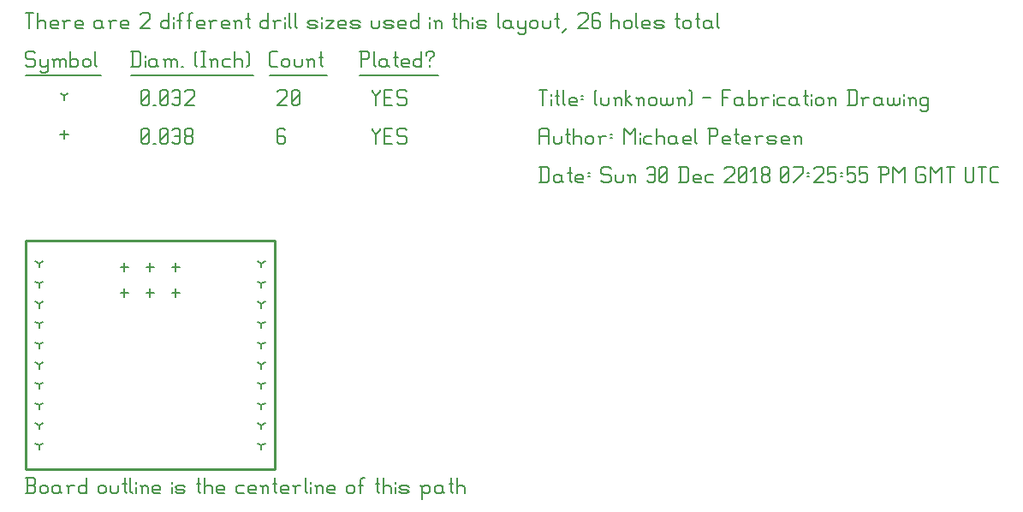
<source format=gbr>
G04 start of page 12 for group -3984 idx -3984 *
G04 Title: (unknown), fab *
G04 Creator: pcb 20140316 *
G04 CreationDate: Sun 30 Dec 2018 07:25:55 PM GMT UTC *
G04 For: railfan *
G04 Format: Gerber/RS-274X *
G04 PCB-Dimensions (mil): 970.00 890.00 *
G04 PCB-Coordinate-Origin: lower left *
%MOIN*%
%FSLAX25Y25*%
%LNFAB*%
%ADD37C,0.0100*%
%ADD36C,0.0060*%
%ADD35C,0.0080*%
G54D35*X58500Y80100D02*Y76900D01*
X56900Y78500D02*X60100D01*
X48500Y80100D02*Y76900D01*
X46900Y78500D02*X50100D01*
X38500Y80100D02*Y76900D01*
X36900Y78500D02*X40100D01*
X58500Y70100D02*Y66900D01*
X56900Y68500D02*X60100D01*
X48500Y70100D02*Y66900D01*
X46900Y68500D02*X50100D01*
X38500Y70100D02*Y66900D01*
X36900Y68500D02*X40100D01*
X15000Y131850D02*Y128650D01*
X13400Y130250D02*X16600D01*
G54D36*X135000Y132500D02*Y131750D01*
X136500Y130250D01*
X138000Y131750D01*
Y132500D02*Y131750D01*
X136500Y130250D02*Y126500D01*
X139800Y129500D02*X142050D01*
X139800Y126500D02*X142800D01*
X139800Y132500D02*Y126500D01*
Y132500D02*X142800D01*
X147600D02*X148350Y131750D01*
X145350Y132500D02*X147600D01*
X144600Y131750D02*X145350Y132500D01*
X144600Y131750D02*Y130250D01*
X145350Y129500D01*
X147600D01*
X148350Y128750D01*
Y127250D01*
X147600Y126500D02*X148350Y127250D01*
X145350Y126500D02*X147600D01*
X144600Y127250D02*X145350Y126500D01*
X100250Y132500D02*X101000Y131750D01*
X98750Y132500D02*X100250D01*
X98000Y131750D02*X98750Y132500D01*
X98000Y131750D02*Y127250D01*
X98750Y126500D01*
X100250Y129500D02*X101000Y128750D01*
X98000Y129500D02*X100250D01*
X98750Y126500D02*X100250D01*
X101000Y127250D01*
Y128750D02*Y127250D01*
X45000D02*X45750Y126500D01*
X45000Y131750D02*Y127250D01*
Y131750D02*X45750Y132500D01*
X47250D01*
X48000Y131750D01*
Y127250D01*
X47250Y126500D02*X48000Y127250D01*
X45750Y126500D02*X47250D01*
X45000Y128000D02*X48000Y131000D01*
X49800Y126500D02*X50550D01*
X52350Y127250D02*X53100Y126500D01*
X52350Y131750D02*Y127250D01*
Y131750D02*X53100Y132500D01*
X54600D01*
X55350Y131750D01*
Y127250D01*
X54600Y126500D02*X55350Y127250D01*
X53100Y126500D02*X54600D01*
X52350Y128000D02*X55350Y131000D01*
X57150Y131750D02*X57900Y132500D01*
X59400D01*
X60150Y131750D01*
Y127250D01*
X59400Y126500D02*X60150Y127250D01*
X57900Y126500D02*X59400D01*
X57150Y127250D02*X57900Y126500D01*
Y129500D02*X60150D01*
X61950Y127250D02*X62700Y126500D01*
X61950Y128750D02*Y127250D01*
Y128750D02*X62700Y129500D01*
X64200D01*
X64950Y128750D01*
Y127250D01*
X64200Y126500D02*X64950Y127250D01*
X62700Y126500D02*X64200D01*
X61950Y130250D02*X62700Y129500D01*
X61950Y131750D02*Y130250D01*
Y131750D02*X62700Y132500D01*
X64200D01*
X64950Y131750D01*
Y130250D01*
X64200Y129500D02*X64950Y130250D01*
X5193Y80000D02*Y78400D01*
Y80000D02*X6580Y80800D01*
X5193Y80000D02*X3806Y80800D01*
X5193Y72126D02*Y70526D01*
Y72126D02*X6580Y72926D01*
X5193Y72126D02*X3806Y72926D01*
X5193Y64252D02*Y62652D01*
Y64252D02*X6580Y65052D01*
X5193Y64252D02*X3806Y65052D01*
X5193Y56378D02*Y54778D01*
Y56378D02*X6580Y57178D01*
X5193Y56378D02*X3806Y57178D01*
X5193Y48504D02*Y46904D01*
Y48504D02*X6580Y49304D01*
X5193Y48504D02*X3806Y49304D01*
X5193Y40630D02*Y39030D01*
Y40630D02*X6580Y41430D01*
X5193Y40630D02*X3806Y41430D01*
X5193Y32756D02*Y31156D01*
Y32756D02*X6580Y33556D01*
X5193Y32756D02*X3806Y33556D01*
X5193Y24882D02*Y23282D01*
Y24882D02*X6580Y25682D01*
X5193Y24882D02*X3806Y25682D01*
X5193Y17008D02*Y15408D01*
Y17008D02*X6580Y17808D01*
X5193Y17008D02*X3806Y17808D01*
X5193Y9134D02*Y7534D01*
Y9134D02*X6580Y9934D01*
X5193Y9134D02*X3806Y9934D01*
X91807Y80000D02*Y78400D01*
Y80000D02*X93194Y80800D01*
X91807Y80000D02*X90420Y80800D01*
X91807Y72126D02*Y70526D01*
Y72126D02*X93194Y72926D01*
X91807Y72126D02*X90420Y72926D01*
X91807Y64252D02*Y62652D01*
Y64252D02*X93194Y65052D01*
X91807Y64252D02*X90420Y65052D01*
X91807Y56378D02*Y54778D01*
Y56378D02*X93194Y57178D01*
X91807Y56378D02*X90420Y57178D01*
X91807Y48504D02*Y46904D01*
Y48504D02*X93194Y49304D01*
X91807Y48504D02*X90420Y49304D01*
X91807Y40630D02*Y39030D01*
Y40630D02*X93194Y41430D01*
X91807Y40630D02*X90420Y41430D01*
X91807Y32756D02*Y31156D01*
Y32756D02*X93194Y33556D01*
X91807Y32756D02*X90420Y33556D01*
X91807Y24882D02*Y23282D01*
Y24882D02*X93194Y25682D01*
X91807Y24882D02*X90420Y25682D01*
X91807Y17008D02*Y15408D01*
Y17008D02*X93194Y17808D01*
X91807Y17008D02*X90420Y17808D01*
X91807Y9134D02*Y7534D01*
Y9134D02*X93194Y9934D01*
X91807Y9134D02*X90420Y9934D01*
X15000Y145250D02*Y143650D01*
Y145250D02*X16387Y146050D01*
X15000Y145250D02*X13613Y146050D01*
X135000Y147500D02*Y146750D01*
X136500Y145250D01*
X138000Y146750D01*
Y147500D02*Y146750D01*
X136500Y145250D02*Y141500D01*
X139800Y144500D02*X142050D01*
X139800Y141500D02*X142800D01*
X139800Y147500D02*Y141500D01*
Y147500D02*X142800D01*
X147600D02*X148350Y146750D01*
X145350Y147500D02*X147600D01*
X144600Y146750D02*X145350Y147500D01*
X144600Y146750D02*Y145250D01*
X145350Y144500D01*
X147600D01*
X148350Y143750D01*
Y142250D01*
X147600Y141500D02*X148350Y142250D01*
X145350Y141500D02*X147600D01*
X144600Y142250D02*X145350Y141500D01*
X98000Y146750D02*X98750Y147500D01*
X101000D01*
X101750Y146750D01*
Y145250D01*
X98000Y141500D02*X101750Y145250D01*
X98000Y141500D02*X101750D01*
X103550Y142250D02*X104300Y141500D01*
X103550Y146750D02*Y142250D01*
Y146750D02*X104300Y147500D01*
X105800D01*
X106550Y146750D01*
Y142250D01*
X105800Y141500D02*X106550Y142250D01*
X104300Y141500D02*X105800D01*
X103550Y143000D02*X106550Y146000D01*
X45000Y142250D02*X45750Y141500D01*
X45000Y146750D02*Y142250D01*
Y146750D02*X45750Y147500D01*
X47250D01*
X48000Y146750D01*
Y142250D01*
X47250Y141500D02*X48000Y142250D01*
X45750Y141500D02*X47250D01*
X45000Y143000D02*X48000Y146000D01*
X49800Y141500D02*X50550D01*
X52350Y142250D02*X53100Y141500D01*
X52350Y146750D02*Y142250D01*
Y146750D02*X53100Y147500D01*
X54600D01*
X55350Y146750D01*
Y142250D01*
X54600Y141500D02*X55350Y142250D01*
X53100Y141500D02*X54600D01*
X52350Y143000D02*X55350Y146000D01*
X57150Y146750D02*X57900Y147500D01*
X59400D01*
X60150Y146750D01*
Y142250D01*
X59400Y141500D02*X60150Y142250D01*
X57900Y141500D02*X59400D01*
X57150Y142250D02*X57900Y141500D01*
Y144500D02*X60150D01*
X61950Y146750D02*X62700Y147500D01*
X64950D01*
X65700Y146750D01*
Y145250D01*
X61950Y141500D02*X65700Y145250D01*
X61950Y141500D02*X65700D01*
X3000Y162500D02*X3750Y161750D01*
X750Y162500D02*X3000D01*
X0Y161750D02*X750Y162500D01*
X0Y161750D02*Y160250D01*
X750Y159500D01*
X3000D01*
X3750Y158750D01*
Y157250D01*
X3000Y156500D02*X3750Y157250D01*
X750Y156500D02*X3000D01*
X0Y157250D02*X750Y156500D01*
X5550Y159500D02*Y157250D01*
X6300Y156500D01*
X8550Y159500D02*Y155000D01*
X7800Y154250D02*X8550Y155000D01*
X6300Y154250D02*X7800D01*
X5550Y155000D02*X6300Y154250D01*
Y156500D02*X7800D01*
X8550Y157250D01*
X11100Y158750D02*Y156500D01*
Y158750D02*X11850Y159500D01*
X12600D01*
X13350Y158750D01*
Y156500D01*
Y158750D02*X14100Y159500D01*
X14850D01*
X15600Y158750D01*
Y156500D01*
X10350Y159500D02*X11100Y158750D01*
X17400Y162500D02*Y156500D01*
Y157250D02*X18150Y156500D01*
X19650D01*
X20400Y157250D01*
Y158750D02*Y157250D01*
X19650Y159500D02*X20400Y158750D01*
X18150Y159500D02*X19650D01*
X17400Y158750D02*X18150Y159500D01*
X22200Y158750D02*Y157250D01*
Y158750D02*X22950Y159500D01*
X24450D01*
X25200Y158750D01*
Y157250D01*
X24450Y156500D02*X25200Y157250D01*
X22950Y156500D02*X24450D01*
X22200Y157250D02*X22950Y156500D01*
X27000Y162500D02*Y157250D01*
X27750Y156500D01*
X0Y153250D02*X29250D01*
X41750Y162500D02*Y156500D01*
X44000Y162500D02*X44750Y161750D01*
Y157250D01*
X44000Y156500D02*X44750Y157250D01*
X41000Y156500D02*X44000D01*
X41000Y162500D02*X44000D01*
X46550Y161000D02*Y160250D01*
Y158750D02*Y156500D01*
X50300Y159500D02*X51050Y158750D01*
X48800Y159500D02*X50300D01*
X48050Y158750D02*X48800Y159500D01*
X48050Y158750D02*Y157250D01*
X48800Y156500D01*
X51050Y159500D02*Y157250D01*
X51800Y156500D01*
X48800D02*X50300D01*
X51050Y157250D01*
X54350Y158750D02*Y156500D01*
Y158750D02*X55100Y159500D01*
X55850D01*
X56600Y158750D01*
Y156500D01*
Y158750D02*X57350Y159500D01*
X58100D01*
X58850Y158750D01*
Y156500D01*
X53600Y159500D02*X54350Y158750D01*
X60650Y156500D02*X61400D01*
X65900Y157250D02*X66650Y156500D01*
X65900Y161750D02*X66650Y162500D01*
X65900Y161750D02*Y157250D01*
X68450Y162500D02*X69950D01*
X69200D02*Y156500D01*
X68450D02*X69950D01*
X72500Y158750D02*Y156500D01*
Y158750D02*X73250Y159500D01*
X74000D01*
X74750Y158750D01*
Y156500D01*
X71750Y159500D02*X72500Y158750D01*
X77300Y159500D02*X79550D01*
X76550Y158750D02*X77300Y159500D01*
X76550Y158750D02*Y157250D01*
X77300Y156500D01*
X79550D01*
X81350Y162500D02*Y156500D01*
Y158750D02*X82100Y159500D01*
X83600D01*
X84350Y158750D01*
Y156500D01*
X86150Y162500D02*X86900Y161750D01*
Y157250D01*
X86150Y156500D02*X86900Y157250D01*
X41000Y153250D02*X88700D01*
X95750Y156500D02*X98000D01*
X95000Y157250D02*X95750Y156500D01*
X95000Y161750D02*Y157250D01*
Y161750D02*X95750Y162500D01*
X98000D01*
X99800Y158750D02*Y157250D01*
Y158750D02*X100550Y159500D01*
X102050D01*
X102800Y158750D01*
Y157250D01*
X102050Y156500D02*X102800Y157250D01*
X100550Y156500D02*X102050D01*
X99800Y157250D02*X100550Y156500D01*
X104600Y159500D02*Y157250D01*
X105350Y156500D01*
X106850D01*
X107600Y157250D01*
Y159500D02*Y157250D01*
X110150Y158750D02*Y156500D01*
Y158750D02*X110900Y159500D01*
X111650D01*
X112400Y158750D01*
Y156500D01*
X109400Y159500D02*X110150Y158750D01*
X114950Y162500D02*Y157250D01*
X115700Y156500D01*
X114200Y160250D02*X115700D01*
X95000Y153250D02*X117200D01*
X130750Y162500D02*Y156500D01*
X130000Y162500D02*X133000D01*
X133750Y161750D01*
Y160250D01*
X133000Y159500D02*X133750Y160250D01*
X130750Y159500D02*X133000D01*
X135550Y162500D02*Y157250D01*
X136300Y156500D01*
X140050Y159500D02*X140800Y158750D01*
X138550Y159500D02*X140050D01*
X137800Y158750D02*X138550Y159500D01*
X137800Y158750D02*Y157250D01*
X138550Y156500D01*
X140800Y159500D02*Y157250D01*
X141550Y156500D01*
X138550D02*X140050D01*
X140800Y157250D01*
X144100Y162500D02*Y157250D01*
X144850Y156500D01*
X143350Y160250D02*X144850D01*
X147100Y156500D02*X149350D01*
X146350Y157250D02*X147100Y156500D01*
X146350Y158750D02*Y157250D01*
Y158750D02*X147100Y159500D01*
X148600D01*
X149350Y158750D01*
X146350Y158000D02*X149350D01*
Y158750D02*Y158000D01*
X154150Y162500D02*Y156500D01*
X153400D02*X154150Y157250D01*
X151900Y156500D02*X153400D01*
X151150Y157250D02*X151900Y156500D01*
X151150Y158750D02*Y157250D01*
Y158750D02*X151900Y159500D01*
X153400D01*
X154150Y158750D01*
X157450Y159500D02*Y158750D01*
Y157250D02*Y156500D01*
X155950Y161750D02*Y161000D01*
Y161750D02*X156700Y162500D01*
X158200D01*
X158950Y161750D01*
Y161000D01*
X157450Y159500D02*X158950Y161000D01*
X130000Y153250D02*X160750D01*
X0Y177500D02*X3000D01*
X1500D02*Y171500D01*
X4800Y177500D02*Y171500D01*
Y173750D02*X5550Y174500D01*
X7050D01*
X7800Y173750D01*
Y171500D01*
X10350D02*X12600D01*
X9600Y172250D02*X10350Y171500D01*
X9600Y173750D02*Y172250D01*
Y173750D02*X10350Y174500D01*
X11850D01*
X12600Y173750D01*
X9600Y173000D02*X12600D01*
Y173750D02*Y173000D01*
X15150Y173750D02*Y171500D01*
Y173750D02*X15900Y174500D01*
X17400D01*
X14400D02*X15150Y173750D01*
X19950Y171500D02*X22200D01*
X19200Y172250D02*X19950Y171500D01*
X19200Y173750D02*Y172250D01*
Y173750D02*X19950Y174500D01*
X21450D01*
X22200Y173750D01*
X19200Y173000D02*X22200D01*
Y173750D02*Y173000D01*
X28950Y174500D02*X29700Y173750D01*
X27450Y174500D02*X28950D01*
X26700Y173750D02*X27450Y174500D01*
X26700Y173750D02*Y172250D01*
X27450Y171500D01*
X29700Y174500D02*Y172250D01*
X30450Y171500D01*
X27450D02*X28950D01*
X29700Y172250D01*
X33000Y173750D02*Y171500D01*
Y173750D02*X33750Y174500D01*
X35250D01*
X32250D02*X33000Y173750D01*
X37800Y171500D02*X40050D01*
X37050Y172250D02*X37800Y171500D01*
X37050Y173750D02*Y172250D01*
Y173750D02*X37800Y174500D01*
X39300D01*
X40050Y173750D01*
X37050Y173000D02*X40050D01*
Y173750D02*Y173000D01*
X44550Y176750D02*X45300Y177500D01*
X47550D01*
X48300Y176750D01*
Y175250D01*
X44550Y171500D02*X48300Y175250D01*
X44550Y171500D02*X48300D01*
X55800Y177500D02*Y171500D01*
X55050D02*X55800Y172250D01*
X53550Y171500D02*X55050D01*
X52800Y172250D02*X53550Y171500D01*
X52800Y173750D02*Y172250D01*
Y173750D02*X53550Y174500D01*
X55050D01*
X55800Y173750D01*
X57600Y176000D02*Y175250D01*
Y173750D02*Y171500D01*
X59850Y176750D02*Y171500D01*
Y176750D02*X60600Y177500D01*
X61350D01*
X59100Y174500D02*X60600D01*
X63600Y176750D02*Y171500D01*
Y176750D02*X64350Y177500D01*
X65100D01*
X62850Y174500D02*X64350D01*
X67350Y171500D02*X69600D01*
X66600Y172250D02*X67350Y171500D01*
X66600Y173750D02*Y172250D01*
Y173750D02*X67350Y174500D01*
X68850D01*
X69600Y173750D01*
X66600Y173000D02*X69600D01*
Y173750D02*Y173000D01*
X72150Y173750D02*Y171500D01*
Y173750D02*X72900Y174500D01*
X74400D01*
X71400D02*X72150Y173750D01*
X76950Y171500D02*X79200D01*
X76200Y172250D02*X76950Y171500D01*
X76200Y173750D02*Y172250D01*
Y173750D02*X76950Y174500D01*
X78450D01*
X79200Y173750D01*
X76200Y173000D02*X79200D01*
Y173750D02*Y173000D01*
X81750Y173750D02*Y171500D01*
Y173750D02*X82500Y174500D01*
X83250D01*
X84000Y173750D01*
Y171500D01*
X81000Y174500D02*X81750Y173750D01*
X86550Y177500D02*Y172250D01*
X87300Y171500D01*
X85800Y175250D02*X87300D01*
X94500Y177500D02*Y171500D01*
X93750D02*X94500Y172250D01*
X92250Y171500D02*X93750D01*
X91500Y172250D02*X92250Y171500D01*
X91500Y173750D02*Y172250D01*
Y173750D02*X92250Y174500D01*
X93750D01*
X94500Y173750D01*
X97050D02*Y171500D01*
Y173750D02*X97800Y174500D01*
X99300D01*
X96300D02*X97050Y173750D01*
X101100Y176000D02*Y175250D01*
Y173750D02*Y171500D01*
X102600Y177500D02*Y172250D01*
X103350Y171500D01*
X104850Y177500D02*Y172250D01*
X105600Y171500D01*
X110550D02*X112800D01*
X113550Y172250D01*
X112800Y173000D02*X113550Y172250D01*
X110550Y173000D02*X112800D01*
X109800Y173750D02*X110550Y173000D01*
X109800Y173750D02*X110550Y174500D01*
X112800D01*
X113550Y173750D01*
X109800Y172250D02*X110550Y171500D01*
X115350Y176000D02*Y175250D01*
Y173750D02*Y171500D01*
X116850Y174500D02*X119850D01*
X116850Y171500D02*X119850Y174500D01*
X116850Y171500D02*X119850D01*
X122400D02*X124650D01*
X121650Y172250D02*X122400Y171500D01*
X121650Y173750D02*Y172250D01*
Y173750D02*X122400Y174500D01*
X123900D01*
X124650Y173750D01*
X121650Y173000D02*X124650D01*
Y173750D02*Y173000D01*
X127200Y171500D02*X129450D01*
X130200Y172250D01*
X129450Y173000D02*X130200Y172250D01*
X127200Y173000D02*X129450D01*
X126450Y173750D02*X127200Y173000D01*
X126450Y173750D02*X127200Y174500D01*
X129450D01*
X130200Y173750D01*
X126450Y172250D02*X127200Y171500D01*
X134700Y174500D02*Y172250D01*
X135450Y171500D01*
X136950D01*
X137700Y172250D01*
Y174500D02*Y172250D01*
X140250Y171500D02*X142500D01*
X143250Y172250D01*
X142500Y173000D02*X143250Y172250D01*
X140250Y173000D02*X142500D01*
X139500Y173750D02*X140250Y173000D01*
X139500Y173750D02*X140250Y174500D01*
X142500D01*
X143250Y173750D01*
X139500Y172250D02*X140250Y171500D01*
X145800D02*X148050D01*
X145050Y172250D02*X145800Y171500D01*
X145050Y173750D02*Y172250D01*
Y173750D02*X145800Y174500D01*
X147300D01*
X148050Y173750D01*
X145050Y173000D02*X148050D01*
Y173750D02*Y173000D01*
X152850Y177500D02*Y171500D01*
X152100D02*X152850Y172250D01*
X150600Y171500D02*X152100D01*
X149850Y172250D02*X150600Y171500D01*
X149850Y173750D02*Y172250D01*
Y173750D02*X150600Y174500D01*
X152100D01*
X152850Y173750D01*
X157350Y176000D02*Y175250D01*
Y173750D02*Y171500D01*
X159600Y173750D02*Y171500D01*
Y173750D02*X160350Y174500D01*
X161100D01*
X161850Y173750D01*
Y171500D01*
X158850Y174500D02*X159600Y173750D01*
X167100Y177500D02*Y172250D01*
X167850Y171500D01*
X166350Y175250D02*X167850D01*
X169350Y177500D02*Y171500D01*
Y173750D02*X170100Y174500D01*
X171600D01*
X172350Y173750D01*
Y171500D01*
X174150Y176000D02*Y175250D01*
Y173750D02*Y171500D01*
X176400D02*X178650D01*
X179400Y172250D01*
X178650Y173000D02*X179400Y172250D01*
X176400Y173000D02*X178650D01*
X175650Y173750D02*X176400Y173000D01*
X175650Y173750D02*X176400Y174500D01*
X178650D01*
X179400Y173750D01*
X175650Y172250D02*X176400Y171500D01*
X183900Y177500D02*Y172250D01*
X184650Y171500D01*
X188400Y174500D02*X189150Y173750D01*
X186900Y174500D02*X188400D01*
X186150Y173750D02*X186900Y174500D01*
X186150Y173750D02*Y172250D01*
X186900Y171500D01*
X189150Y174500D02*Y172250D01*
X189900Y171500D01*
X186900D02*X188400D01*
X189150Y172250D01*
X191700Y174500D02*Y172250D01*
X192450Y171500D01*
X194700Y174500D02*Y170000D01*
X193950Y169250D02*X194700Y170000D01*
X192450Y169250D02*X193950D01*
X191700Y170000D02*X192450Y169250D01*
Y171500D02*X193950D01*
X194700Y172250D01*
X196500Y173750D02*Y172250D01*
Y173750D02*X197250Y174500D01*
X198750D01*
X199500Y173750D01*
Y172250D01*
X198750Y171500D02*X199500Y172250D01*
X197250Y171500D02*X198750D01*
X196500Y172250D02*X197250Y171500D01*
X201300Y174500D02*Y172250D01*
X202050Y171500D01*
X203550D01*
X204300Y172250D01*
Y174500D02*Y172250D01*
X206850Y177500D02*Y172250D01*
X207600Y171500D01*
X206100Y175250D02*X207600D01*
X209100Y170000D02*X210600Y171500D01*
X215100Y176750D02*X215850Y177500D01*
X218100D01*
X218850Y176750D01*
Y175250D01*
X215100Y171500D02*X218850Y175250D01*
X215100Y171500D02*X218850D01*
X222900Y177500D02*X223650Y176750D01*
X221400Y177500D02*X222900D01*
X220650Y176750D02*X221400Y177500D01*
X220650Y176750D02*Y172250D01*
X221400Y171500D01*
X222900Y174500D02*X223650Y173750D01*
X220650Y174500D02*X222900D01*
X221400Y171500D02*X222900D01*
X223650Y172250D01*
Y173750D02*Y172250D01*
X228150Y177500D02*Y171500D01*
Y173750D02*X228900Y174500D01*
X230400D01*
X231150Y173750D01*
Y171500D01*
X232950Y173750D02*Y172250D01*
Y173750D02*X233700Y174500D01*
X235200D01*
X235950Y173750D01*
Y172250D01*
X235200Y171500D02*X235950Y172250D01*
X233700Y171500D02*X235200D01*
X232950Y172250D02*X233700Y171500D01*
X237750Y177500D02*Y172250D01*
X238500Y171500D01*
X240750D02*X243000D01*
X240000Y172250D02*X240750Y171500D01*
X240000Y173750D02*Y172250D01*
Y173750D02*X240750Y174500D01*
X242250D01*
X243000Y173750D01*
X240000Y173000D02*X243000D01*
Y173750D02*Y173000D01*
X245550Y171500D02*X247800D01*
X248550Y172250D01*
X247800Y173000D02*X248550Y172250D01*
X245550Y173000D02*X247800D01*
X244800Y173750D02*X245550Y173000D01*
X244800Y173750D02*X245550Y174500D01*
X247800D01*
X248550Y173750D01*
X244800Y172250D02*X245550Y171500D01*
X253800Y177500D02*Y172250D01*
X254550Y171500D01*
X253050Y175250D02*X254550D01*
X256050Y173750D02*Y172250D01*
Y173750D02*X256800Y174500D01*
X258300D01*
X259050Y173750D01*
Y172250D01*
X258300Y171500D02*X259050Y172250D01*
X256800Y171500D02*X258300D01*
X256050Y172250D02*X256800Y171500D01*
X261600Y177500D02*Y172250D01*
X262350Y171500D01*
X260850Y175250D02*X262350D01*
X266100Y174500D02*X266850Y173750D01*
X264600Y174500D02*X266100D01*
X263850Y173750D02*X264600Y174500D01*
X263850Y173750D02*Y172250D01*
X264600Y171500D01*
X266850Y174500D02*Y172250D01*
X267600Y171500D01*
X264600D02*X266100D01*
X266850Y172250D01*
X269400Y177500D02*Y172250D01*
X270150Y171500D01*
G54D37*X97000Y0D02*X0D01*
Y89000D01*
X97000D01*
Y0D01*
G54D36*X0Y-9500D02*X3000D01*
X3750Y-8750D01*
Y-7250D02*Y-8750D01*
X3000Y-6500D02*X3750Y-7250D01*
X750Y-6500D02*X3000D01*
X750Y-3500D02*Y-9500D01*
X0Y-3500D02*X3000D01*
X3750Y-4250D01*
Y-5750D01*
X3000Y-6500D02*X3750Y-5750D01*
X5550Y-7250D02*Y-8750D01*
Y-7250D02*X6300Y-6500D01*
X7800D01*
X8550Y-7250D01*
Y-8750D01*
X7800Y-9500D02*X8550Y-8750D01*
X6300Y-9500D02*X7800D01*
X5550Y-8750D02*X6300Y-9500D01*
X12600Y-6500D02*X13350Y-7250D01*
X11100Y-6500D02*X12600D01*
X10350Y-7250D02*X11100Y-6500D01*
X10350Y-7250D02*Y-8750D01*
X11100Y-9500D01*
X13350Y-6500D02*Y-8750D01*
X14100Y-9500D01*
X11100D02*X12600D01*
X13350Y-8750D01*
X16650Y-7250D02*Y-9500D01*
Y-7250D02*X17400Y-6500D01*
X18900D01*
X15900D02*X16650Y-7250D01*
X23700Y-3500D02*Y-9500D01*
X22950D02*X23700Y-8750D01*
X21450Y-9500D02*X22950D01*
X20700Y-8750D02*X21450Y-9500D01*
X20700Y-7250D02*Y-8750D01*
Y-7250D02*X21450Y-6500D01*
X22950D01*
X23700Y-7250D01*
X28200D02*Y-8750D01*
Y-7250D02*X28950Y-6500D01*
X30450D01*
X31200Y-7250D01*
Y-8750D01*
X30450Y-9500D02*X31200Y-8750D01*
X28950Y-9500D02*X30450D01*
X28200Y-8750D02*X28950Y-9500D01*
X33000Y-6500D02*Y-8750D01*
X33750Y-9500D01*
X35250D01*
X36000Y-8750D01*
Y-6500D02*Y-8750D01*
X38550Y-3500D02*Y-8750D01*
X39300Y-9500D01*
X37800Y-5750D02*X39300D01*
X40800Y-3500D02*Y-8750D01*
X41550Y-9500D01*
X43050Y-5000D02*Y-5750D01*
Y-7250D02*Y-9500D01*
X45300Y-7250D02*Y-9500D01*
Y-7250D02*X46050Y-6500D01*
X46800D01*
X47550Y-7250D01*
Y-9500D01*
X44550Y-6500D02*X45300Y-7250D01*
X50100Y-9500D02*X52350D01*
X49350Y-8750D02*X50100Y-9500D01*
X49350Y-7250D02*Y-8750D01*
Y-7250D02*X50100Y-6500D01*
X51600D01*
X52350Y-7250D01*
X49350Y-8000D02*X52350D01*
Y-7250D02*Y-8000D01*
X56850Y-5000D02*Y-5750D01*
Y-7250D02*Y-9500D01*
X59100D02*X61350D01*
X62100Y-8750D01*
X61350Y-8000D02*X62100Y-8750D01*
X59100Y-8000D02*X61350D01*
X58350Y-7250D02*X59100Y-8000D01*
X58350Y-7250D02*X59100Y-6500D01*
X61350D01*
X62100Y-7250D01*
X58350Y-8750D02*X59100Y-9500D01*
X67350Y-3500D02*Y-8750D01*
X68100Y-9500D01*
X66600Y-5750D02*X68100D01*
X69600Y-3500D02*Y-9500D01*
Y-7250D02*X70350Y-6500D01*
X71850D01*
X72600Y-7250D01*
Y-9500D01*
X75150D02*X77400D01*
X74400Y-8750D02*X75150Y-9500D01*
X74400Y-7250D02*Y-8750D01*
Y-7250D02*X75150Y-6500D01*
X76650D01*
X77400Y-7250D01*
X74400Y-8000D02*X77400D01*
Y-7250D02*Y-8000D01*
X82650Y-6500D02*X84900D01*
X81900Y-7250D02*X82650Y-6500D01*
X81900Y-7250D02*Y-8750D01*
X82650Y-9500D01*
X84900D01*
X87450D02*X89700D01*
X86700Y-8750D02*X87450Y-9500D01*
X86700Y-7250D02*Y-8750D01*
Y-7250D02*X87450Y-6500D01*
X88950D01*
X89700Y-7250D01*
X86700Y-8000D02*X89700D01*
Y-7250D02*Y-8000D01*
X92250Y-7250D02*Y-9500D01*
Y-7250D02*X93000Y-6500D01*
X93750D01*
X94500Y-7250D01*
Y-9500D01*
X91500Y-6500D02*X92250Y-7250D01*
X97050Y-3500D02*Y-8750D01*
X97800Y-9500D01*
X96300Y-5750D02*X97800D01*
X100050Y-9500D02*X102300D01*
X99300Y-8750D02*X100050Y-9500D01*
X99300Y-7250D02*Y-8750D01*
Y-7250D02*X100050Y-6500D01*
X101550D01*
X102300Y-7250D01*
X99300Y-8000D02*X102300D01*
Y-7250D02*Y-8000D01*
X104850Y-7250D02*Y-9500D01*
Y-7250D02*X105600Y-6500D01*
X107100D01*
X104100D02*X104850Y-7250D01*
X108900Y-3500D02*Y-8750D01*
X109650Y-9500D01*
X111150Y-5000D02*Y-5750D01*
Y-7250D02*Y-9500D01*
X113400Y-7250D02*Y-9500D01*
Y-7250D02*X114150Y-6500D01*
X114900D01*
X115650Y-7250D01*
Y-9500D01*
X112650Y-6500D02*X113400Y-7250D01*
X118200Y-9500D02*X120450D01*
X117450Y-8750D02*X118200Y-9500D01*
X117450Y-7250D02*Y-8750D01*
Y-7250D02*X118200Y-6500D01*
X119700D01*
X120450Y-7250D01*
X117450Y-8000D02*X120450D01*
Y-7250D02*Y-8000D01*
X124950Y-7250D02*Y-8750D01*
Y-7250D02*X125700Y-6500D01*
X127200D01*
X127950Y-7250D01*
Y-8750D01*
X127200Y-9500D02*X127950Y-8750D01*
X125700Y-9500D02*X127200D01*
X124950Y-8750D02*X125700Y-9500D01*
X130500Y-4250D02*Y-9500D01*
Y-4250D02*X131250Y-3500D01*
X132000D01*
X129750Y-6500D02*X131250D01*
X136950Y-3500D02*Y-8750D01*
X137700Y-9500D01*
X136200Y-5750D02*X137700D01*
X139200Y-3500D02*Y-9500D01*
Y-7250D02*X139950Y-6500D01*
X141450D01*
X142200Y-7250D01*
Y-9500D01*
X144000Y-5000D02*Y-5750D01*
Y-7250D02*Y-9500D01*
X146250D02*X148500D01*
X149250Y-8750D01*
X148500Y-8000D02*X149250Y-8750D01*
X146250Y-8000D02*X148500D01*
X145500Y-7250D02*X146250Y-8000D01*
X145500Y-7250D02*X146250Y-6500D01*
X148500D01*
X149250Y-7250D01*
X145500Y-8750D02*X146250Y-9500D01*
X154500Y-7250D02*Y-11750D01*
X153750Y-6500D02*X154500Y-7250D01*
X155250Y-6500D01*
X156750D01*
X157500Y-7250D01*
Y-8750D01*
X156750Y-9500D02*X157500Y-8750D01*
X155250Y-9500D02*X156750D01*
X154500Y-8750D02*X155250Y-9500D01*
X161550Y-6500D02*X162300Y-7250D01*
X160050Y-6500D02*X161550D01*
X159300Y-7250D02*X160050Y-6500D01*
X159300Y-7250D02*Y-8750D01*
X160050Y-9500D01*
X162300Y-6500D02*Y-8750D01*
X163050Y-9500D01*
X160050D02*X161550D01*
X162300Y-8750D01*
X165600Y-3500D02*Y-8750D01*
X166350Y-9500D01*
X164850Y-5750D02*X166350D01*
X167850Y-3500D02*Y-9500D01*
Y-7250D02*X168600Y-6500D01*
X170100D01*
X170850Y-7250D01*
Y-9500D01*
X200750Y117500D02*Y111500D01*
X203000Y117500D02*X203750Y116750D01*
Y112250D01*
X203000Y111500D02*X203750Y112250D01*
X200000Y111500D02*X203000D01*
X200000Y117500D02*X203000D01*
X207800Y114500D02*X208550Y113750D01*
X206300Y114500D02*X207800D01*
X205550Y113750D02*X206300Y114500D01*
X205550Y113750D02*Y112250D01*
X206300Y111500D01*
X208550Y114500D02*Y112250D01*
X209300Y111500D01*
X206300D02*X207800D01*
X208550Y112250D01*
X211850Y117500D02*Y112250D01*
X212600Y111500D01*
X211100Y115250D02*X212600D01*
X214850Y111500D02*X217100D01*
X214100Y112250D02*X214850Y111500D01*
X214100Y113750D02*Y112250D01*
Y113750D02*X214850Y114500D01*
X216350D01*
X217100Y113750D01*
X214100Y113000D02*X217100D01*
Y113750D02*Y113000D01*
X218900Y115250D02*X219650D01*
X218900Y113750D02*X219650D01*
X227150Y117500D02*X227900Y116750D01*
X224900Y117500D02*X227150D01*
X224150Y116750D02*X224900Y117500D01*
X224150Y116750D02*Y115250D01*
X224900Y114500D01*
X227150D01*
X227900Y113750D01*
Y112250D01*
X227150Y111500D02*X227900Y112250D01*
X224900Y111500D02*X227150D01*
X224150Y112250D02*X224900Y111500D01*
X229700Y114500D02*Y112250D01*
X230450Y111500D01*
X231950D01*
X232700Y112250D01*
Y114500D02*Y112250D01*
X235250Y113750D02*Y111500D01*
Y113750D02*X236000Y114500D01*
X236750D01*
X237500Y113750D01*
Y111500D01*
X234500Y114500D02*X235250Y113750D01*
X242000Y116750D02*X242750Y117500D01*
X244250D01*
X245000Y116750D01*
Y112250D01*
X244250Y111500D02*X245000Y112250D01*
X242750Y111500D02*X244250D01*
X242000Y112250D02*X242750Y111500D01*
Y114500D02*X245000D01*
X246800Y112250D02*X247550Y111500D01*
X246800Y116750D02*Y112250D01*
Y116750D02*X247550Y117500D01*
X249050D01*
X249800Y116750D01*
Y112250D01*
X249050Y111500D02*X249800Y112250D01*
X247550Y111500D02*X249050D01*
X246800Y113000D02*X249800Y116000D01*
X255050Y117500D02*Y111500D01*
X257300Y117500D02*X258050Y116750D01*
Y112250D01*
X257300Y111500D02*X258050Y112250D01*
X254300Y111500D02*X257300D01*
X254300Y117500D02*X257300D01*
X260600Y111500D02*X262850D01*
X259850Y112250D02*X260600Y111500D01*
X259850Y113750D02*Y112250D01*
Y113750D02*X260600Y114500D01*
X262100D01*
X262850Y113750D01*
X259850Y113000D02*X262850D01*
Y113750D02*Y113000D01*
X265400Y114500D02*X267650D01*
X264650Y113750D02*X265400Y114500D01*
X264650Y113750D02*Y112250D01*
X265400Y111500D01*
X267650D01*
X272150Y116750D02*X272900Y117500D01*
X275150D01*
X275900Y116750D01*
Y115250D01*
X272150Y111500D02*X275900Y115250D01*
X272150Y111500D02*X275900D01*
X277700Y112250D02*X278450Y111500D01*
X277700Y116750D02*Y112250D01*
Y116750D02*X278450Y117500D01*
X279950D01*
X280700Y116750D01*
Y112250D01*
X279950Y111500D02*X280700Y112250D01*
X278450Y111500D02*X279950D01*
X277700Y113000D02*X280700Y116000D01*
X283250Y111500D02*X284750D01*
X284000Y117500D02*Y111500D01*
X282500Y116000D02*X284000Y117500D01*
X286550Y112250D02*X287300Y111500D01*
X286550Y113750D02*Y112250D01*
Y113750D02*X287300Y114500D01*
X288800D01*
X289550Y113750D01*
Y112250D01*
X288800Y111500D02*X289550Y112250D01*
X287300Y111500D02*X288800D01*
X286550Y115250D02*X287300Y114500D01*
X286550Y116750D02*Y115250D01*
Y116750D02*X287300Y117500D01*
X288800D01*
X289550Y116750D01*
Y115250D01*
X288800Y114500D02*X289550Y115250D01*
X294050Y112250D02*X294800Y111500D01*
X294050Y116750D02*Y112250D01*
Y116750D02*X294800Y117500D01*
X296300D01*
X297050Y116750D01*
Y112250D01*
X296300Y111500D02*X297050Y112250D01*
X294800Y111500D02*X296300D01*
X294050Y113000D02*X297050Y116000D01*
X298850Y111500D02*X302600Y115250D01*
Y117500D02*Y115250D01*
X298850Y117500D02*X302600D01*
X304400Y115250D02*X305150D01*
X304400Y113750D02*X305150D01*
X306950Y116750D02*X307700Y117500D01*
X309950D01*
X310700Y116750D01*
Y115250D01*
X306950Y111500D02*X310700Y115250D01*
X306950Y111500D02*X310700D01*
X312500Y117500D02*X315500D01*
X312500D02*Y114500D01*
X313250Y115250D01*
X314750D01*
X315500Y114500D01*
Y112250D01*
X314750Y111500D02*X315500Y112250D01*
X313250Y111500D02*X314750D01*
X312500Y112250D02*X313250Y111500D01*
X317300Y115250D02*X318050D01*
X317300Y113750D02*X318050D01*
X319850Y117500D02*X322850D01*
X319850D02*Y114500D01*
X320600Y115250D01*
X322100D01*
X322850Y114500D01*
Y112250D01*
X322100Y111500D02*X322850Y112250D01*
X320600Y111500D02*X322100D01*
X319850Y112250D02*X320600Y111500D01*
X324650Y117500D02*X327650D01*
X324650D02*Y114500D01*
X325400Y115250D01*
X326900D01*
X327650Y114500D01*
Y112250D01*
X326900Y111500D02*X327650Y112250D01*
X325400Y111500D02*X326900D01*
X324650Y112250D02*X325400Y111500D01*
X332900Y117500D02*Y111500D01*
X332150Y117500D02*X335150D01*
X335900Y116750D01*
Y115250D01*
X335150Y114500D02*X335900Y115250D01*
X332900Y114500D02*X335150D01*
X337700Y117500D02*Y111500D01*
Y117500D02*X339950Y115250D01*
X342200Y117500D01*
Y111500D01*
X349700Y117500D02*X350450Y116750D01*
X347450Y117500D02*X349700D01*
X346700Y116750D02*X347450Y117500D01*
X346700Y116750D02*Y112250D01*
X347450Y111500D01*
X349700D01*
X350450Y112250D01*
Y113750D02*Y112250D01*
X349700Y114500D02*X350450Y113750D01*
X348200Y114500D02*X349700D01*
X352250Y117500D02*Y111500D01*
Y117500D02*X354500Y115250D01*
X356750Y117500D01*
Y111500D01*
X358550Y117500D02*X361550D01*
X360050D02*Y111500D01*
X366050Y117500D02*Y112250D01*
X366800Y111500D01*
X368300D01*
X369050Y112250D01*
Y117500D02*Y112250D01*
X370850Y117500D02*X373850D01*
X372350D02*Y111500D01*
X376400D02*X378650D01*
X375650Y112250D02*X376400Y111500D01*
X375650Y116750D02*Y112250D01*
Y116750D02*X376400Y117500D01*
X378650D01*
X200000Y131750D02*Y126500D01*
Y131750D02*X200750Y132500D01*
X203000D01*
X203750Y131750D01*
Y126500D01*
X200000Y129500D02*X203750D01*
X205550D02*Y127250D01*
X206300Y126500D01*
X207800D01*
X208550Y127250D01*
Y129500D02*Y127250D01*
X211100Y132500D02*Y127250D01*
X211850Y126500D01*
X210350Y130250D02*X211850D01*
X213350Y132500D02*Y126500D01*
Y128750D02*X214100Y129500D01*
X215600D01*
X216350Y128750D01*
Y126500D01*
X218150Y128750D02*Y127250D01*
Y128750D02*X218900Y129500D01*
X220400D01*
X221150Y128750D01*
Y127250D01*
X220400Y126500D02*X221150Y127250D01*
X218900Y126500D02*X220400D01*
X218150Y127250D02*X218900Y126500D01*
X223700Y128750D02*Y126500D01*
Y128750D02*X224450Y129500D01*
X225950D01*
X222950D02*X223700Y128750D01*
X227750Y130250D02*X228500D01*
X227750Y128750D02*X228500D01*
X233000Y132500D02*Y126500D01*
Y132500D02*X235250Y130250D01*
X237500Y132500D01*
Y126500D01*
X239300Y131000D02*Y130250D01*
Y128750D02*Y126500D01*
X241550Y129500D02*X243800D01*
X240800Y128750D02*X241550Y129500D01*
X240800Y128750D02*Y127250D01*
X241550Y126500D01*
X243800D01*
X245600Y132500D02*Y126500D01*
Y128750D02*X246350Y129500D01*
X247850D01*
X248600Y128750D01*
Y126500D01*
X252650Y129500D02*X253400Y128750D01*
X251150Y129500D02*X252650D01*
X250400Y128750D02*X251150Y129500D01*
X250400Y128750D02*Y127250D01*
X251150Y126500D01*
X253400Y129500D02*Y127250D01*
X254150Y126500D01*
X251150D02*X252650D01*
X253400Y127250D01*
X256700Y126500D02*X258950D01*
X255950Y127250D02*X256700Y126500D01*
X255950Y128750D02*Y127250D01*
Y128750D02*X256700Y129500D01*
X258200D01*
X258950Y128750D01*
X255950Y128000D02*X258950D01*
Y128750D02*Y128000D01*
X260750Y132500D02*Y127250D01*
X261500Y126500D01*
X266450Y132500D02*Y126500D01*
X265700Y132500D02*X268700D01*
X269450Y131750D01*
Y130250D01*
X268700Y129500D02*X269450Y130250D01*
X266450Y129500D02*X268700D01*
X272000Y126500D02*X274250D01*
X271250Y127250D02*X272000Y126500D01*
X271250Y128750D02*Y127250D01*
Y128750D02*X272000Y129500D01*
X273500D01*
X274250Y128750D01*
X271250Y128000D02*X274250D01*
Y128750D02*Y128000D01*
X276800Y132500D02*Y127250D01*
X277550Y126500D01*
X276050Y130250D02*X277550D01*
X279800Y126500D02*X282050D01*
X279050Y127250D02*X279800Y126500D01*
X279050Y128750D02*Y127250D01*
Y128750D02*X279800Y129500D01*
X281300D01*
X282050Y128750D01*
X279050Y128000D02*X282050D01*
Y128750D02*Y128000D01*
X284600Y128750D02*Y126500D01*
Y128750D02*X285350Y129500D01*
X286850D01*
X283850D02*X284600Y128750D01*
X289400Y126500D02*X291650D01*
X292400Y127250D01*
X291650Y128000D02*X292400Y127250D01*
X289400Y128000D02*X291650D01*
X288650Y128750D02*X289400Y128000D01*
X288650Y128750D02*X289400Y129500D01*
X291650D01*
X292400Y128750D01*
X288650Y127250D02*X289400Y126500D01*
X294950D02*X297200D01*
X294200Y127250D02*X294950Y126500D01*
X294200Y128750D02*Y127250D01*
Y128750D02*X294950Y129500D01*
X296450D01*
X297200Y128750D01*
X294200Y128000D02*X297200D01*
Y128750D02*Y128000D01*
X299750Y128750D02*Y126500D01*
Y128750D02*X300500Y129500D01*
X301250D01*
X302000Y128750D01*
Y126500D01*
X299000Y129500D02*X299750Y128750D01*
X200000Y147500D02*X203000D01*
X201500D02*Y141500D01*
X204800Y146000D02*Y145250D01*
Y143750D02*Y141500D01*
X207050Y147500D02*Y142250D01*
X207800Y141500D01*
X206300Y145250D02*X207800D01*
X209300Y147500D02*Y142250D01*
X210050Y141500D01*
X212300D02*X214550D01*
X211550Y142250D02*X212300Y141500D01*
X211550Y143750D02*Y142250D01*
Y143750D02*X212300Y144500D01*
X213800D01*
X214550Y143750D01*
X211550Y143000D02*X214550D01*
Y143750D02*Y143000D01*
X216350Y145250D02*X217100D01*
X216350Y143750D02*X217100D01*
X221600Y142250D02*X222350Y141500D01*
X221600Y146750D02*X222350Y147500D01*
X221600Y146750D02*Y142250D01*
X224150Y144500D02*Y142250D01*
X224900Y141500D01*
X226400D01*
X227150Y142250D01*
Y144500D02*Y142250D01*
X229700Y143750D02*Y141500D01*
Y143750D02*X230450Y144500D01*
X231200D01*
X231950Y143750D01*
Y141500D01*
X228950Y144500D02*X229700Y143750D01*
X233750Y147500D02*Y141500D01*
Y143750D02*X236000Y141500D01*
X233750Y143750D02*X235250Y145250D01*
X238550Y143750D02*Y141500D01*
Y143750D02*X239300Y144500D01*
X240050D01*
X240800Y143750D01*
Y141500D01*
X237800Y144500D02*X238550Y143750D01*
X242600D02*Y142250D01*
Y143750D02*X243350Y144500D01*
X244850D01*
X245600Y143750D01*
Y142250D01*
X244850Y141500D02*X245600Y142250D01*
X243350Y141500D02*X244850D01*
X242600Y142250D02*X243350Y141500D01*
X247400Y144500D02*Y142250D01*
X248150Y141500D01*
X248900D01*
X249650Y142250D01*
Y144500D02*Y142250D01*
X250400Y141500D01*
X251150D01*
X251900Y142250D01*
Y144500D02*Y142250D01*
X254450Y143750D02*Y141500D01*
Y143750D02*X255200Y144500D01*
X255950D01*
X256700Y143750D01*
Y141500D01*
X253700Y144500D02*X254450Y143750D01*
X258500Y147500D02*X259250Y146750D01*
Y142250D01*
X258500Y141500D02*X259250Y142250D01*
X263750Y144500D02*X266750D01*
X271250Y147500D02*Y141500D01*
Y147500D02*X274250D01*
X271250Y144500D02*X273500D01*
X278300D02*X279050Y143750D01*
X276800Y144500D02*X278300D01*
X276050Y143750D02*X276800Y144500D01*
X276050Y143750D02*Y142250D01*
X276800Y141500D01*
X279050Y144500D02*Y142250D01*
X279800Y141500D01*
X276800D02*X278300D01*
X279050Y142250D01*
X281600Y147500D02*Y141500D01*
Y142250D02*X282350Y141500D01*
X283850D01*
X284600Y142250D01*
Y143750D02*Y142250D01*
X283850Y144500D02*X284600Y143750D01*
X282350Y144500D02*X283850D01*
X281600Y143750D02*X282350Y144500D01*
X287150Y143750D02*Y141500D01*
Y143750D02*X287900Y144500D01*
X289400D01*
X286400D02*X287150Y143750D01*
X291200Y146000D02*Y145250D01*
Y143750D02*Y141500D01*
X293450Y144500D02*X295700D01*
X292700Y143750D02*X293450Y144500D01*
X292700Y143750D02*Y142250D01*
X293450Y141500D01*
X295700D01*
X299750Y144500D02*X300500Y143750D01*
X298250Y144500D02*X299750D01*
X297500Y143750D02*X298250Y144500D01*
X297500Y143750D02*Y142250D01*
X298250Y141500D01*
X300500Y144500D02*Y142250D01*
X301250Y141500D01*
X298250D02*X299750D01*
X300500Y142250D01*
X303800Y147500D02*Y142250D01*
X304550Y141500D01*
X303050Y145250D02*X304550D01*
X306050Y146000D02*Y145250D01*
Y143750D02*Y141500D01*
X307550Y143750D02*Y142250D01*
Y143750D02*X308300Y144500D01*
X309800D01*
X310550Y143750D01*
Y142250D01*
X309800Y141500D02*X310550Y142250D01*
X308300Y141500D02*X309800D01*
X307550Y142250D02*X308300Y141500D01*
X313100Y143750D02*Y141500D01*
Y143750D02*X313850Y144500D01*
X314600D01*
X315350Y143750D01*
Y141500D01*
X312350Y144500D02*X313100Y143750D01*
X320600Y147500D02*Y141500D01*
X322850Y147500D02*X323600Y146750D01*
Y142250D01*
X322850Y141500D02*X323600Y142250D01*
X319850Y141500D02*X322850D01*
X319850Y147500D02*X322850D01*
X326150Y143750D02*Y141500D01*
Y143750D02*X326900Y144500D01*
X328400D01*
X325400D02*X326150Y143750D01*
X332450Y144500D02*X333200Y143750D01*
X330950Y144500D02*X332450D01*
X330200Y143750D02*X330950Y144500D01*
X330200Y143750D02*Y142250D01*
X330950Y141500D01*
X333200Y144500D02*Y142250D01*
X333950Y141500D01*
X330950D02*X332450D01*
X333200Y142250D01*
X335750Y144500D02*Y142250D01*
X336500Y141500D01*
X337250D01*
X338000Y142250D01*
Y144500D02*Y142250D01*
X338750Y141500D01*
X339500D01*
X340250Y142250D01*
Y144500D02*Y142250D01*
X342050Y146000D02*Y145250D01*
Y143750D02*Y141500D01*
X344300Y143750D02*Y141500D01*
Y143750D02*X345050Y144500D01*
X345800D01*
X346550Y143750D01*
Y141500D01*
X343550Y144500D02*X344300Y143750D01*
X350600Y144500D02*X351350Y143750D01*
X349100Y144500D02*X350600D01*
X348350Y143750D02*X349100Y144500D01*
X348350Y143750D02*Y142250D01*
X349100Y141500D01*
X350600D01*
X351350Y142250D01*
X348350Y140000D02*X349100Y139250D01*
X350600D01*
X351350Y140000D01*
Y144500D02*Y140000D01*
M02*

</source>
